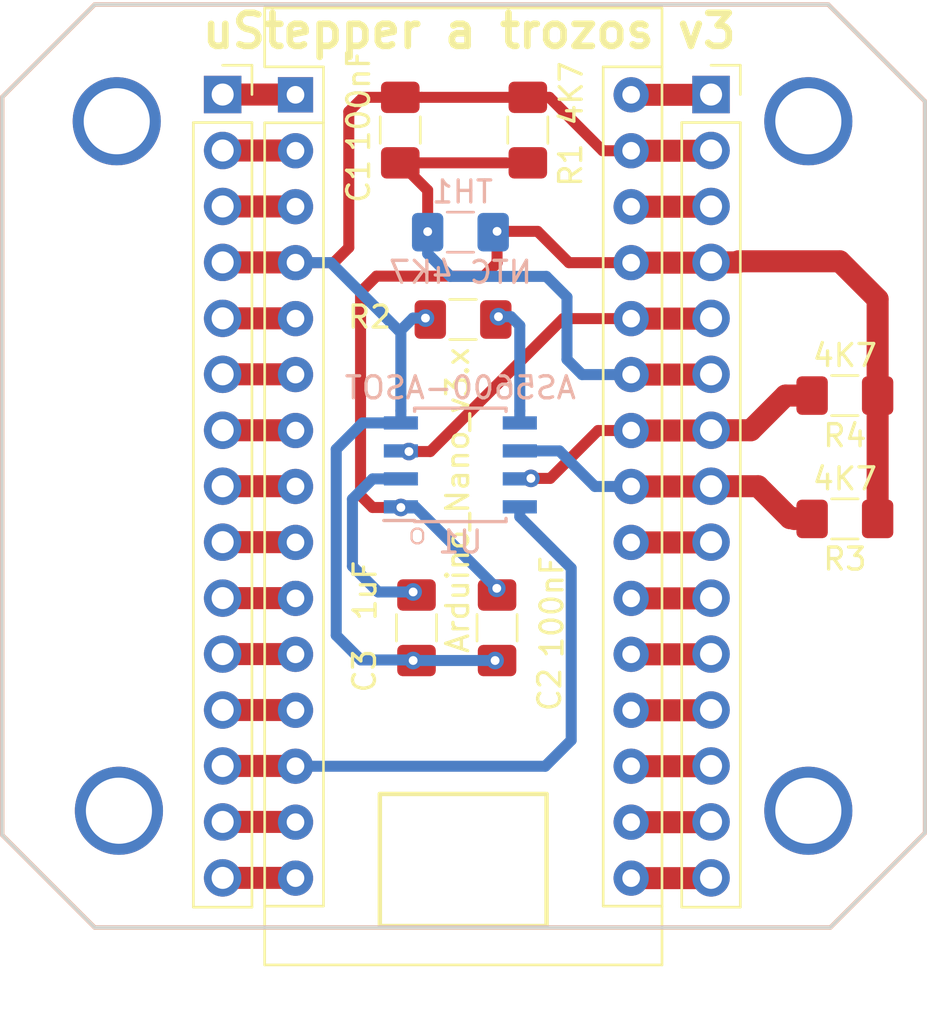
<source format=kicad_pcb>
(kicad_pcb (version 20171130) (host pcbnew 5.0.1-33cea8e~68~ubuntu18.04.1)

  (general
    (thickness 1.6)
    (drawings 31)
    (tracks 166)
    (zones 0)
    (modules 12)
    (nets 33)
  )

  (page A4)
  (layers
    (0 F.Cu signal)
    (31 B.Cu signal)
    (32 B.Adhes user)
    (33 F.Adhes user)
    (34 B.Paste user)
    (35 F.Paste user)
    (36 B.SilkS user)
    (37 F.SilkS user)
    (38 B.Mask user)
    (39 F.Mask user)
    (40 Dwgs.User user)
    (41 Cmts.User user)
    (42 Eco1.User user)
    (43 Eco2.User user)
    (44 Edge.Cuts user)
    (45 Margin user)
    (46 B.CrtYd user)
    (47 F.CrtYd user)
    (48 B.Fab user)
    (49 F.Fab user)
  )

  (setup
    (last_trace_width 0.25)
    (user_trace_width 0.5)
    (user_trace_width 1)
    (trace_clearance 0.2)
    (zone_clearance 0.508)
    (zone_45_only no)
    (trace_min 0.2)
    (segment_width 0.2)
    (edge_width 0.15)
    (via_size 0.8)
    (via_drill 0.4)
    (via_min_size 0.4)
    (via_min_drill 0.3)
    (uvia_size 0.3)
    (uvia_drill 0.1)
    (uvias_allowed no)
    (uvia_min_size 0.2)
    (uvia_min_drill 0.1)
    (pcb_text_width 0.3)
    (pcb_text_size 1.5 1.5)
    (mod_edge_width 0.15)
    (mod_text_size 1 1)
    (mod_text_width 0.15)
    (pad_size 1.524 1.524)
    (pad_drill 0.762)
    (pad_to_mask_clearance 0.2)
    (solder_mask_min_width 0.25)
    (aux_axis_origin 0 0)
    (grid_origin 110.2 119.8)
    (visible_elements FFFFFF7F)
    (pcbplotparams
      (layerselection 0x010f0_ffffffff)
      (usegerberextensions false)
      (usegerberattributes false)
      (usegerberadvancedattributes false)
      (creategerberjobfile false)
      (excludeedgelayer true)
      (linewidth 0.100000)
      (plotframeref false)
      (viasonmask false)
      (mode 1)
      (useauxorigin false)
      (hpglpennumber 1)
      (hpglpenspeed 20)
      (hpglpendiameter 15.000000)
      (psnegative false)
      (psa4output false)
      (plotreference true)
      (plotvalue true)
      (plotinvisibletext false)
      (padsonsilk false)
      (subtractmaskfromsilk false)
      (outputformat 1)
      (mirror false)
      (drillshape 0)
      (scaleselection 1)
      (outputdirectory "plot/nano/"))
  )

  (net 0 "")
  (net 1 GND)
  (net 2 "Net-(C3-Pad1)")
  (net 3 "Net-(R2-Pad1)")
  (net 4 A5-SCL)
  (net 5 A4-SDA)
  (net 6 A7-ASA)
  (net 7 A6-TEMP)
  (net 8 D10-ASDIR)
  (net 9 27-5V)
  (net 10 17-3V3)
  (net 11 29-GND)
  (net 12 30-VIN)
  (net 13 D1-TXD)
  (net 14 D0-RXD)
  (net 15 18-AREF)
  (net 16 3-RST)
  (net 17 A0-)
  (net 18 A1-)
  (net 19 A2-)
  (net 20 A3-)
  (net 21 D5-)
  (net 22 D6-)
  (net 23 28-RST)
  (net 24 D2-)
  (net 25 D3-)
  (net 26 D4-STEP)
  (net 27 D7-DIR)
  (net 28 D8-ENA)
  (net 29 D9-)
  (net 30 D11-MS1)
  (net 31 D12-MS2)
  (net 32 D13-MS3)

  (net_class Default "Esta es la clase de red por defecto."
    (clearance 0.2)
    (trace_width 0.25)
    (via_dia 0.8)
    (via_drill 0.4)
    (uvia_dia 0.3)
    (uvia_drill 0.1)
    (add_net 17-3V3)
    (add_net 18-AREF)
    (add_net 27-5V)
    (add_net 28-RST)
    (add_net 29-GND)
    (add_net 3-RST)
    (add_net 30-VIN)
    (add_net A0-)
    (add_net A1-)
    (add_net A2-)
    (add_net A3-)
    (add_net A4-SDA)
    (add_net A5-SCL)
    (add_net A6-TEMP)
    (add_net A7-ASA)
    (add_net D0-RXD)
    (add_net D1-TXD)
    (add_net D10-ASDIR)
    (add_net D11-MS1)
    (add_net D12-MS2)
    (add_net D13-MS3)
    (add_net D2-)
    (add_net D3-)
    (add_net D4-STEP)
    (add_net D5-)
    (add_net D6-)
    (add_net D7-DIR)
    (add_net D8-ENA)
    (add_net D9-)
    (add_net GND)
    (add_net "Net-(C3-Pad1)")
    (add_net "Net-(R2-Pad1)")
  )

  (module Package_SO:SOIC-8_3.9x4.9mm_P1.27mm (layer B.Cu) (tedit 5BA28C38) (tstamp 5BA8F9BB)
    (at 142.2 69.2)
    (descr "8-Lead Plastic Small Outline (SN) - Narrow, 3.90 mm Body [SOIC] (see Microchip Packaging Specification 00000049BS.pdf)")
    (tags "SOIC 1.27")
    (path /5B9D875B)
    (attr smd)
    (fp_text reference U1 (at 0 3.5) (layer B.SilkS)
      (effects (font (size 1 1) (thickness 0.15)) (justify mirror))
    )
    (fp_text value AS5600-ASOT (at 0 -3.5) (layer B.SilkS)
      (effects (font (size 1 1) (thickness 0.15)) (justify mirror))
    )
    (fp_text user %R (at 0 0) (layer B.Fab)
      (effects (font (size 1 1) (thickness 0.15)) (justify mirror))
    )
    (fp_line (start -0.95 2.45) (end 1.95 2.45) (layer B.Fab) (width 0.1))
    (fp_line (start 1.95 2.45) (end 1.95 -2.45) (layer B.Fab) (width 0.1))
    (fp_line (start 1.95 -2.45) (end -1.95 -2.45) (layer B.Fab) (width 0.1))
    (fp_line (start -1.95 -2.45) (end -1.95 1.45) (layer B.Fab) (width 0.1))
    (fp_line (start -1.95 1.45) (end -0.95 2.45) (layer B.Fab) (width 0.1))
    (fp_line (start -3.73 2.7) (end -3.73 -2.7) (layer B.CrtYd) (width 0.05))
    (fp_line (start 3.73 2.7) (end 3.73 -2.7) (layer B.CrtYd) (width 0.05))
    (fp_line (start -3.73 2.7) (end 3.73 2.7) (layer B.CrtYd) (width 0.05))
    (fp_line (start -3.73 -2.7) (end 3.73 -2.7) (layer B.CrtYd) (width 0.05))
    (fp_line (start -2.075 2.575) (end -2.075 2.525) (layer B.SilkS) (width 0.15))
    (fp_line (start 2.075 2.575) (end 2.075 2.43) (layer B.SilkS) (width 0.15))
    (fp_line (start 2.075 -2.575) (end 2.075 -2.43) (layer B.SilkS) (width 0.15))
    (fp_line (start -2.075 -2.575) (end -2.075 -2.43) (layer B.SilkS) (width 0.15))
    (fp_line (start -2.075 2.575) (end 2.075 2.575) (layer B.SilkS) (width 0.15))
    (fp_line (start -2.075 -2.575) (end 2.075 -2.575) (layer B.SilkS) (width 0.15))
    (fp_line (start -2.075 2.525) (end -3.475 2.525) (layer B.SilkS) (width 0.15))
    (pad 1 smd rect (at -2.7 1.905) (size 1.55 0.6) (layers B.Cu B.Paste B.Mask)
      (net 9 27-5V))
    (pad 2 smd rect (at -2.7 0.635) (size 1.55 0.6) (layers B.Cu B.Paste B.Mask)
      (net 2 "Net-(C3-Pad1)"))
    (pad 3 smd rect (at -2.7 -0.635) (size 1.55 0.6) (layers B.Cu B.Paste B.Mask)
      (net 6 A7-ASA))
    (pad 4 smd rect (at -2.7 -1.905) (size 1.55 0.6) (layers B.Cu B.Paste B.Mask)
      (net 11 29-GND))
    (pad 5 smd rect (at 2.7 -1.905) (size 1.55 0.6) (layers B.Cu B.Paste B.Mask)
      (net 3 "Net-(R2-Pad1)"))
    (pad 6 smd rect (at 2.7 -0.635) (size 1.55 0.6) (layers B.Cu B.Paste B.Mask)
      (net 5 A4-SDA))
    (pad 7 smd rect (at 2.7 0.635) (size 1.55 0.6) (layers B.Cu B.Paste B.Mask)
      (net 4 A5-SCL))
    (pad 8 smd rect (at 2.7 1.905) (size 1.55 0.6) (layers B.Cu B.Paste B.Mask)
      (net 8 D10-ASDIR))
    (model ${KISYS3DMOD}/Package_SO.3dshapes/SOIC-8_3.9x4.9mm_P1.27mm.wrl
      (at (xyz 0 0 0))
      (scale (xyz 1 1 1))
      (rotate (xyz 0 0 0))
    )
  )

  (module Connector_PinSocket_2.54mm:PinSocket_1x15_P2.54mm_Vertical (layer F.Cu) (tedit 5BE9DA74) (tstamp 5BAD42D0)
    (at 153.5832 52.3884)
    (descr "Through hole straight socket strip, 1x15, 2.54mm pitch, single row (from Kicad 4.0.7), script generated")
    (tags "Through hole socket strip THT 1x15 2.54mm single row")
    (path /5BA1DD14)
    (fp_text reference J7 (at 2.8956 -1.3208) (layer F.Fab)
      (effects (font (size 1 1) (thickness 0.15)))
    )
    (fp_text value Conn_01x15_Female (at 3.048 22.2504 90) (layer F.Fab)
      (effects (font (size 1 1) (thickness 0.15)))
    )
    (fp_text user %R (at 0 17.78 90) (layer F.Fab)
      (effects (font (size 1 1) (thickness 0.15)))
    )
    (fp_line (start -1.8 37.3) (end -1.8 -1.8) (layer F.CrtYd) (width 0.05))
    (fp_line (start 1.75 37.3) (end -1.8 37.3) (layer F.CrtYd) (width 0.05))
    (fp_line (start 1.75 -1.8) (end 1.75 37.3) (layer F.CrtYd) (width 0.05))
    (fp_line (start -1.8 -1.8) (end 1.75 -1.8) (layer F.CrtYd) (width 0.05))
    (fp_line (start 0 -1.33) (end 1.33 -1.33) (layer F.SilkS) (width 0.12))
    (fp_line (start 1.33 -1.33) (end 1.33 0) (layer F.SilkS) (width 0.12))
    (fp_line (start 1.33 1.27) (end 1.33 36.89) (layer F.SilkS) (width 0.12))
    (fp_line (start -1.33 36.89) (end 1.33 36.89) (layer F.SilkS) (width 0.12))
    (fp_line (start -1.33 1.27) (end -1.33 36.89) (layer F.SilkS) (width 0.12))
    (fp_line (start -1.33 1.27) (end 1.33 1.27) (layer F.SilkS) (width 0.12))
    (fp_line (start -1.27 36.83) (end -1.27 -1.27) (layer F.Fab) (width 0.1))
    (fp_line (start 1.27 36.83) (end -1.27 36.83) (layer F.Fab) (width 0.1))
    (fp_line (start 1.27 -0.635) (end 1.27 36.83) (layer F.Fab) (width 0.1))
    (fp_line (start 0.635 -1.27) (end 1.27 -0.635) (layer F.Fab) (width 0.1))
    (fp_line (start -1.27 -1.27) (end 0.635 -1.27) (layer F.Fab) (width 0.1))
    (pad 15 thru_hole oval (at 0 35.56) (size 1.7 1.7) (drill 1) (layers *.Cu *.Mask)
      (net 32 D13-MS3))
    (pad 14 thru_hole oval (at 0 33.02) (size 1.7 1.7) (drill 1) (layers *.Cu *.Mask)
      (net 10 17-3V3))
    (pad 13 thru_hole oval (at 0 30.48) (size 1.7 1.7) (drill 1) (layers *.Cu *.Mask)
      (net 15 18-AREF))
    (pad 12 thru_hole oval (at 0 27.94) (size 1.7 1.7) (drill 1) (layers *.Cu *.Mask)
      (net 17 A0-))
    (pad 11 thru_hole oval (at 0 25.4) (size 1.7 1.7) (drill 1) (layers *.Cu *.Mask)
      (net 18 A1-))
    (pad 10 thru_hole oval (at 0 22.86) (size 1.7 1.7) (drill 1) (layers *.Cu *.Mask)
      (net 19 A2-))
    (pad 9 thru_hole oval (at 0 20.32) (size 1.7 1.7) (drill 1) (layers *.Cu *.Mask)
      (net 20 A3-))
    (pad 8 thru_hole oval (at 0 17.78) (size 1.7 1.7) (drill 1) (layers *.Cu *.Mask)
      (net 5 A4-SDA))
    (pad 7 thru_hole oval (at 0 15.24) (size 1.7 1.7) (drill 1) (layers *.Cu *.Mask)
      (net 4 A5-SCL))
    (pad 6 thru_hole oval (at 0 12.7) (size 1.7 1.7) (drill 1) (layers *.Cu *.Mask)
      (net 7 A6-TEMP))
    (pad 5 thru_hole oval (at 0 10.16) (size 1.7 1.7) (drill 1) (layers *.Cu *.Mask)
      (net 6 A7-ASA))
    (pad 4 thru_hole oval (at 0 7.62) (size 1.7 1.7) (drill 1) (layers *.Cu *.Mask)
      (net 9 27-5V))
    (pad 3 thru_hole oval (at 0 5.08) (size 1.7 1.7) (drill 1) (layers *.Cu *.Mask)
      (net 23 28-RST))
    (pad 2 thru_hole oval (at 0 2.54) (size 1.7 1.7) (drill 1) (layers *.Cu *.Mask)
      (net 11 29-GND))
    (pad 1 thru_hole rect (at 0 0) (size 1.7 1.7) (drill 1) (layers *.Cu *.Mask)
      (net 12 30-VIN))
    (model ${KISYS3DMOD}/Connector_PinSocket_2.54mm.3dshapes/PinSocket_1x15_P2.54mm_Vertical.wrl
      (at (xyz 0 0 0))
      (scale (xyz 1 1 1))
      (rotate (xyz 0 0 0))
    )
  )

  (module Module:Arduino_Nano (layer F.Cu) (tedit 5BE9DA9C) (tstamp 5BA8F99E)
    (at 134.716 52.4)
    (descr "Arduino Nano, http://www.mouser.com/pdfdocs/Gravitech_Arduino_Nano3_0.pdf")
    (tags "Arduino Nano")
    (path /5B9D81DE)
    (fp_text reference A2 (at 7.8944 -1.0784) (layer F.Fab)
      (effects (font (size 1 1) (thickness 0.15)))
    )
    (fp_text value Arduino_Nano_v3.x (at 7.361 18.4034 90) (layer F.SilkS)
      (effects (font (size 1 1) (thickness 0.15)))
    )
    (fp_text user %R (at 7.3229 18.3399 90) (layer F.Fab)
      (effects (font (size 1 1) (thickness 0.15)))
    )
    (fp_line (start 1.27 1.27) (end 1.27 -1.27) (layer F.SilkS) (width 0.12))
    (fp_line (start 1.27 -1.27) (end -1.4 -1.27) (layer F.SilkS) (width 0.12))
    (fp_line (start -1.4 1.27) (end -1.4 39.5) (layer F.SilkS) (width 0.12))
    (fp_line (start -1.4 -3.94) (end -1.4 -1.27) (layer F.SilkS) (width 0.12))
    (fp_line (start 13.97 -1.27) (end 16.64 -1.27) (layer F.SilkS) (width 0.12))
    (fp_line (start 13.97 -1.27) (end 13.97 36.83) (layer F.SilkS) (width 0.12))
    (fp_line (start 13.97 36.83) (end 16.64 36.83) (layer F.SilkS) (width 0.12))
    (fp_line (start 1.27 1.27) (end -1.4 1.27) (layer F.SilkS) (width 0.12))
    (fp_line (start 1.27 1.27) (end 1.27 36.83) (layer F.SilkS) (width 0.12))
    (fp_line (start 1.27 36.83) (end -1.4 36.83) (layer F.SilkS) (width 0.12))
    (fp_line (start 3.81 31.75) (end 11.43 31.75) (layer F.Fab) (width 0.1))
    (fp_line (start 11.43 31.75) (end 11.43 41.91) (layer F.Fab) (width 0.1))
    (fp_line (start 11.43 41.91) (end 3.81 41.91) (layer F.Fab) (width 0.1))
    (fp_line (start 3.81 41.91) (end 3.81 31.75) (layer F.Fab) (width 0.1))
    (fp_line (start -1.4 39.5) (end 16.64 39.5) (layer F.SilkS) (width 0.12))
    (fp_line (start 16.64 39.5) (end 16.64 -3.94) (layer F.SilkS) (width 0.12))
    (fp_line (start 16.64 -3.94) (end -1.4 -3.94) (layer F.SilkS) (width 0.12))
    (fp_line (start 16.51 39.37) (end -1.27 39.37) (layer F.Fab) (width 0.1))
    (fp_line (start -1.27 39.37) (end -1.27 -2.54) (layer F.Fab) (width 0.1))
    (fp_line (start -1.27 -2.54) (end 0 -3.81) (layer F.Fab) (width 0.1))
    (fp_line (start 0 -3.81) (end 16.51 -3.81) (layer F.Fab) (width 0.1))
    (fp_line (start 16.51 -3.81) (end 16.51 39.37) (layer F.Fab) (width 0.1))
    (fp_line (start -1.53 -4.06) (end 16.75 -4.06) (layer F.CrtYd) (width 0.05))
    (fp_line (start -1.53 -4.06) (end -1.53 42.16) (layer F.CrtYd) (width 0.05))
    (fp_line (start 16.75 42.16) (end 16.75 -4.06) (layer F.CrtYd) (width 0.05))
    (fp_line (start 16.75 42.16) (end -1.53 42.16) (layer F.CrtYd) (width 0.05))
    (pad 1 thru_hole rect (at 0 0) (size 1.6 1.6) (drill 0.8) (layers *.Cu *.Mask)
      (net 13 D1-TXD))
    (pad 17 thru_hole oval (at 15.24 33.02) (size 1.6 1.6) (drill 0.8) (layers *.Cu *.Mask)
      (net 10 17-3V3))
    (pad 2 thru_hole oval (at 0 2.54) (size 1.6 1.6) (drill 0.8) (layers *.Cu *.Mask)
      (net 14 D0-RXD))
    (pad 18 thru_hole oval (at 15.24 30.48) (size 1.6 1.6) (drill 0.8) (layers *.Cu *.Mask)
      (net 15 18-AREF))
    (pad 3 thru_hole oval (at 0 5.08) (size 1.6 1.6) (drill 0.8) (layers *.Cu *.Mask)
      (net 16 3-RST))
    (pad 19 thru_hole oval (at 15.24 27.94) (size 1.6 1.6) (drill 0.8) (layers *.Cu *.Mask)
      (net 17 A0-))
    (pad 4 thru_hole oval (at 0 7.62) (size 1.6 1.6) (drill 0.8) (layers *.Cu *.Mask)
      (net 11 29-GND))
    (pad 20 thru_hole oval (at 15.24 25.4) (size 1.6 1.6) (drill 0.8) (layers *.Cu *.Mask)
      (net 18 A1-))
    (pad 5 thru_hole oval (at 0 10.16) (size 1.6 1.6) (drill 0.8) (layers *.Cu *.Mask)
      (net 24 D2-))
    (pad 21 thru_hole oval (at 15.24 22.86) (size 1.6 1.6) (drill 0.8) (layers *.Cu *.Mask)
      (net 19 A2-))
    (pad 6 thru_hole oval (at 0 12.7) (size 1.6 1.6) (drill 0.8) (layers *.Cu *.Mask)
      (net 25 D3-))
    (pad 22 thru_hole oval (at 15.24 20.32) (size 1.6 1.6) (drill 0.8) (layers *.Cu *.Mask)
      (net 20 A3-))
    (pad 7 thru_hole oval (at 0 15.24) (size 1.6 1.6) (drill 0.8) (layers *.Cu *.Mask)
      (net 26 D4-STEP))
    (pad 23 thru_hole oval (at 15.24 17.78) (size 1.6 1.6) (drill 0.8) (layers *.Cu *.Mask)
      (net 5 A4-SDA))
    (pad 8 thru_hole oval (at 0 17.78) (size 1.6 1.6) (drill 0.8) (layers *.Cu *.Mask)
      (net 21 D5-))
    (pad 24 thru_hole oval (at 15.24 15.24) (size 1.6 1.6) (drill 0.8) (layers *.Cu *.Mask)
      (net 4 A5-SCL))
    (pad 9 thru_hole oval (at 0 20.32) (size 1.6 1.6) (drill 0.8) (layers *.Cu *.Mask)
      (net 22 D6-))
    (pad 25 thru_hole oval (at 15.24 12.7) (size 1.6 1.6) (drill 0.8) (layers *.Cu *.Mask)
      (net 7 A6-TEMP))
    (pad 10 thru_hole oval (at 0 22.86) (size 1.6 1.6) (drill 0.8) (layers *.Cu *.Mask)
      (net 27 D7-DIR))
    (pad 26 thru_hole oval (at 15.24 10.16) (size 1.6 1.6) (drill 0.8) (layers *.Cu *.Mask)
      (net 6 A7-ASA))
    (pad 11 thru_hole oval (at 0 25.4) (size 1.6 1.6) (drill 0.8) (layers *.Cu *.Mask)
      (net 28 D8-ENA))
    (pad 27 thru_hole oval (at 15.24 7.62) (size 1.6 1.6) (drill 0.8) (layers *.Cu *.Mask)
      (net 9 27-5V))
    (pad 12 thru_hole oval (at 0 27.94) (size 1.6 1.6) (drill 0.8) (layers *.Cu *.Mask)
      (net 29 D9-))
    (pad 28 thru_hole oval (at 15.24 5.08) (size 1.6 1.6) (drill 0.8) (layers *.Cu *.Mask)
      (net 23 28-RST))
    (pad 13 thru_hole oval (at 0 30.48) (size 1.6 1.6) (drill 0.8) (layers *.Cu *.Mask)
      (net 8 D10-ASDIR))
    (pad 29 thru_hole oval (at 15.24 2.54) (size 1.6 1.6) (drill 0.8) (layers *.Cu *.Mask)
      (net 11 29-GND))
    (pad 14 thru_hole oval (at 0 33.02) (size 1.6 1.6) (drill 0.8) (layers *.Cu *.Mask)
      (net 30 D11-MS1))
    (pad 30 thru_hole oval (at 15.24 0) (size 1.6 1.6) (drill 0.8) (layers *.Cu *.Mask)
      (net 12 30-VIN))
    (pad 15 thru_hole oval (at 0 35.56) (size 1.6 1.6) (drill 0.8) (layers *.Cu *.Mask)
      (net 31 D12-MS2))
    (pad 16 thru_hole oval (at 15.24 35.56) (size 1.6 1.6) (drill 0.8) (layers *.Cu *.Mask)
      (net 32 D13-MS3))
    (model ${KISYS3DMOD}/Module.3dshapes/Arduino_Nano_WithMountingHoles.wrl
      (at (xyz 0 0 0))
      (scale (xyz 1 1 1))
      (rotate (xyz 0 0 0))
    )
  )

  (module Connector_PinSocket_2.54mm:PinSocket_1x15_P2.54mm_Vertical (layer F.Cu) (tedit 5BE9DA79) (tstamp 5BAD53DF)
    (at 131.409 52.3884)
    (descr "Through hole straight socket strip, 1x15, 2.54mm pitch, single row (from Kicad 4.0.7), script generated")
    (tags "Through hole socket strip THT 1x15 2.54mm single row")
    (path /5BA1DEA0)
    (fp_text reference J6 (at -2.9718 -1.778) (layer F.Fab)
      (effects (font (size 1 1) (thickness 0.15)))
    )
    (fp_text value Conn_01x15_Female (at -4.2926 20.9296 90) (layer F.Fab)
      (effects (font (size 1 1) (thickness 0.15)))
    )
    (fp_line (start -1.27 -1.27) (end 0.635 -1.27) (layer F.Fab) (width 0.1))
    (fp_line (start 0.635 -1.27) (end 1.27 -0.635) (layer F.Fab) (width 0.1))
    (fp_line (start 1.27 -0.635) (end 1.27 36.83) (layer F.Fab) (width 0.1))
    (fp_line (start 1.27 36.83) (end -1.27 36.83) (layer F.Fab) (width 0.1))
    (fp_line (start -1.27 36.83) (end -1.27 -1.27) (layer F.Fab) (width 0.1))
    (fp_line (start -1.33 1.27) (end 1.33 1.27) (layer F.SilkS) (width 0.12))
    (fp_line (start -1.33 1.27) (end -1.33 36.89) (layer F.SilkS) (width 0.12))
    (fp_line (start -1.33 36.89) (end 1.33 36.89) (layer F.SilkS) (width 0.12))
    (fp_line (start 1.33 1.27) (end 1.33 36.89) (layer F.SilkS) (width 0.12))
    (fp_line (start 1.33 -1.33) (end 1.33 0) (layer F.SilkS) (width 0.12))
    (fp_line (start 0 -1.33) (end 1.33 -1.33) (layer F.SilkS) (width 0.12))
    (fp_line (start -1.8 -1.8) (end 1.75 -1.8) (layer F.CrtYd) (width 0.05))
    (fp_line (start 1.75 -1.8) (end 1.75 37.3) (layer F.CrtYd) (width 0.05))
    (fp_line (start 1.75 37.3) (end -1.8 37.3) (layer F.CrtYd) (width 0.05))
    (fp_line (start -1.8 37.3) (end -1.8 -1.8) (layer F.CrtYd) (width 0.05))
    (fp_text user %R (at 0 17.78 90) (layer F.Fab)
      (effects (font (size 1 1) (thickness 0.15)))
    )
    (pad 1 thru_hole rect (at 0 0) (size 1.7 1.7) (drill 1) (layers *.Cu *.Mask)
      (net 13 D1-TXD))
    (pad 2 thru_hole oval (at 0 2.54) (size 1.7 1.7) (drill 1) (layers *.Cu *.Mask)
      (net 14 D0-RXD))
    (pad 3 thru_hole oval (at 0 5.08) (size 1.7 1.7) (drill 1) (layers *.Cu *.Mask)
      (net 16 3-RST))
    (pad 4 thru_hole oval (at 0 7.62) (size 1.7 1.7) (drill 1) (layers *.Cu *.Mask)
      (net 11 29-GND))
    (pad 5 thru_hole oval (at 0 10.16) (size 1.7 1.7) (drill 1) (layers *.Cu *.Mask)
      (net 24 D2-))
    (pad 6 thru_hole oval (at 0 12.7) (size 1.7 1.7) (drill 1) (layers *.Cu *.Mask)
      (net 25 D3-))
    (pad 7 thru_hole oval (at 0 15.24) (size 1.7 1.7) (drill 1) (layers *.Cu *.Mask)
      (net 26 D4-STEP))
    (pad 8 thru_hole oval (at 0 17.78) (size 1.7 1.7) (drill 1) (layers *.Cu *.Mask)
      (net 21 D5-))
    (pad 9 thru_hole oval (at 0 20.32) (size 1.7 1.7) (drill 1) (layers *.Cu *.Mask)
      (net 22 D6-))
    (pad 10 thru_hole oval (at 0 22.86) (size 1.7 1.7) (drill 1) (layers *.Cu *.Mask)
      (net 27 D7-DIR))
    (pad 11 thru_hole oval (at 0 25.4) (size 1.7 1.7) (drill 1) (layers *.Cu *.Mask)
      (net 28 D8-ENA))
    (pad 12 thru_hole oval (at 0 27.94) (size 1.7 1.7) (drill 1) (layers *.Cu *.Mask)
      (net 29 D9-))
    (pad 13 thru_hole oval (at 0 30.48) (size 1.7 1.7) (drill 1) (layers *.Cu *.Mask)
      (net 8 D10-ASDIR))
    (pad 14 thru_hole oval (at 0 33.02) (size 1.7 1.7) (drill 1) (layers *.Cu *.Mask)
      (net 30 D11-MS1))
    (pad 15 thru_hole oval (at 0 35.56) (size 1.7 1.7) (drill 1) (layers *.Cu *.Mask)
      (net 31 D12-MS2))
    (model ${KISYS3DMOD}/Connector_PinSocket_2.54mm.3dshapes/PinSocket_1x15_P2.54mm_Vertical.wrl
      (at (xyz 0 0 0))
      (scale (xyz 1 1 1))
      (rotate (xyz 0 0 0))
    )
  )

  (module Capacitor_SMD:C_1206_3216Metric_Pad1.42x1.75mm_HandSolder (layer F.Cu) (tedit 5BA28C6C) (tstamp 5BA28B66)
    (at 139.4735 54.0013 90)
    (descr "Capacitor SMD 1206 (3216 Metric), square (rectangular) end terminal, IPC_7351 nominal with elongated pad for handsoldering. (Body size source: http://www.tortai-tech.com/upload/download/2011102023233369053.pdf), generated with kicad-footprint-generator")
    (tags "capacitor handsolder")
    (path /5B9E5696)
    (attr smd)
    (fp_text reference C1 (at -2.3241 -1.8923 90) (layer F.SilkS)
      (effects (font (size 1 1) (thickness 0.15)))
    )
    (fp_text value 100nF (at 1.3335 -1.8923 90) (layer F.SilkS)
      (effects (font (size 1 1) (thickness 0.15)))
    )
    (fp_line (start -1.6 0.8) (end -1.6 -0.8) (layer F.Fab) (width 0.1))
    (fp_line (start -1.6 -0.8) (end 1.6 -0.8) (layer F.Fab) (width 0.1))
    (fp_line (start 1.6 -0.8) (end 1.6 0.8) (layer F.Fab) (width 0.1))
    (fp_line (start 1.6 0.8) (end -1.6 0.8) (layer F.Fab) (width 0.1))
    (fp_line (start -0.602064 -0.91) (end 0.602064 -0.91) (layer F.SilkS) (width 0.12))
    (fp_line (start -0.602064 0.91) (end 0.602064 0.91) (layer F.SilkS) (width 0.12))
    (fp_line (start -2.45 1.12) (end -2.45 -1.12) (layer F.CrtYd) (width 0.05))
    (fp_line (start -2.45 -1.12) (end 2.45 -1.12) (layer F.CrtYd) (width 0.05))
    (fp_line (start 2.45 -1.12) (end 2.45 1.12) (layer F.CrtYd) (width 0.05))
    (fp_line (start 2.45 1.12) (end -2.45 1.12) (layer F.CrtYd) (width 0.05))
    (fp_text user %R (at 0 0 90) (layer F.Fab)
      (effects (font (size 0.8 0.8) (thickness 0.12)))
    )
    (pad 1 smd roundrect (at -1.4875 0 90) (size 1.425 1.75) (layers F.Cu F.Paste F.Mask) (roundrect_rratio 0.175439)
      (net 7 A6-TEMP))
    (pad 2 smd roundrect (at 1.4875 0 90) (size 1.425 1.75) (layers F.Cu F.Paste F.Mask) (roundrect_rratio 0.175439)
      (net 11 29-GND))
    (model ${KISYS3DMOD}/Capacitor_SMD.3dshapes/C_1206_3216Metric.wrl
      (at (xyz 0 0 0))
      (scale (xyz 1 1 1))
      (rotate (xyz 0 0 0))
    )
  )

  (module Capacitor_SMD:C_1206_3216Metric_Pad1.42x1.75mm_HandSolder (layer F.Cu) (tedit 5BA28BF1) (tstamp 5BA28B76)
    (at 143.8677 76.5946 270)
    (descr "Capacitor SMD 1206 (3216 Metric), square (rectangular) end terminal, IPC_7351 nominal with elongated pad for handsoldering. (Body size source: http://www.tortai-tech.com/upload/download/2011102023233369053.pdf), generated with kicad-footprint-generator")
    (tags "capacitor handsolder")
    (path /5B9EB5F4)
    (attr smd)
    (fp_text reference C2 (at 2.8067 -2.3876 270) (layer F.SilkS)
      (effects (font (size 1 1) (thickness 0.15)))
    )
    (fp_text value 100nF (at -0.9398 -2.4892 270) (layer F.SilkS)
      (effects (font (size 1 1) (thickness 0.15)))
    )
    (fp_line (start -1.6 0.8) (end -1.6 -0.8) (layer F.Fab) (width 0.1))
    (fp_line (start -1.6 -0.8) (end 1.6 -0.8) (layer F.Fab) (width 0.1))
    (fp_line (start 1.6 -0.8) (end 1.6 0.8) (layer F.Fab) (width 0.1))
    (fp_line (start 1.6 0.8) (end -1.6 0.8) (layer F.Fab) (width 0.1))
    (fp_line (start -0.602064 -0.91) (end 0.602064 -0.91) (layer F.SilkS) (width 0.12))
    (fp_line (start -0.602064 0.91) (end 0.602064 0.91) (layer F.SilkS) (width 0.12))
    (fp_line (start -2.45 1.12) (end -2.45 -1.12) (layer F.CrtYd) (width 0.05))
    (fp_line (start -2.45 -1.12) (end 2.45 -1.12) (layer F.CrtYd) (width 0.05))
    (fp_line (start 2.45 -1.12) (end 2.45 1.12) (layer F.CrtYd) (width 0.05))
    (fp_line (start 2.45 1.12) (end -2.45 1.12) (layer F.CrtYd) (width 0.05))
    (fp_text user %R (at 0 0 270) (layer F.Fab)
      (effects (font (size 0.8 0.8) (thickness 0.12)))
    )
    (pad 1 smd roundrect (at -1.4875 0 270) (size 1.425 1.75) (layers F.Cu F.Paste F.Mask) (roundrect_rratio 0.175439)
      (net 9 27-5V))
    (pad 2 smd roundrect (at 1.4875 0 270) (size 1.425 1.75) (layers F.Cu F.Paste F.Mask) (roundrect_rratio 0.175439)
      (net 11 29-GND))
    (model ${KISYS3DMOD}/Capacitor_SMD.3dshapes/C_1206_3216Metric.wrl
      (at (xyz 0 0 0))
      (scale (xyz 1 1 1))
      (rotate (xyz 0 0 0))
    )
  )

  (module Capacitor_SMD:C_1206_3216Metric_Pad1.42x1.75mm_HandSolder (layer F.Cu) (tedit 5BA28C00) (tstamp 5BA28B86)
    (at 140.2101 76.5946 270)
    (descr "Capacitor SMD 1206 (3216 Metric), square (rectangular) end terminal, IPC_7351 nominal with elongated pad for handsoldering. (Body size source: http://www.tortai-tech.com/upload/download/2011102023233369053.pdf), generated with kicad-footprint-generator")
    (tags "capacitor handsolder")
    (path /5B9EB53C)
    (attr smd)
    (fp_text reference C3 (at 1.9558 2.3622 270) (layer F.SilkS)
      (effects (font (size 1 1) (thickness 0.15)))
    )
    (fp_text value 1uF (at -1.6891 2.3368 270) (layer F.SilkS)
      (effects (font (size 1 1) (thickness 0.15)))
    )
    (fp_text user %R (at 0 0 270) (layer F.Fab)
      (effects (font (size 0.8 0.8) (thickness 0.12)))
    )
    (fp_line (start 2.45 1.12) (end -2.45 1.12) (layer F.CrtYd) (width 0.05))
    (fp_line (start 2.45 -1.12) (end 2.45 1.12) (layer F.CrtYd) (width 0.05))
    (fp_line (start -2.45 -1.12) (end 2.45 -1.12) (layer F.CrtYd) (width 0.05))
    (fp_line (start -2.45 1.12) (end -2.45 -1.12) (layer F.CrtYd) (width 0.05))
    (fp_line (start -0.602064 0.91) (end 0.602064 0.91) (layer F.SilkS) (width 0.12))
    (fp_line (start -0.602064 -0.91) (end 0.602064 -0.91) (layer F.SilkS) (width 0.12))
    (fp_line (start 1.6 0.8) (end -1.6 0.8) (layer F.Fab) (width 0.1))
    (fp_line (start 1.6 -0.8) (end 1.6 0.8) (layer F.Fab) (width 0.1))
    (fp_line (start -1.6 -0.8) (end 1.6 -0.8) (layer F.Fab) (width 0.1))
    (fp_line (start -1.6 0.8) (end -1.6 -0.8) (layer F.Fab) (width 0.1))
    (pad 2 smd roundrect (at 1.4875 0 270) (size 1.425 1.75) (layers F.Cu F.Paste F.Mask) (roundrect_rratio 0.175439)
      (net 11 29-GND))
    (pad 1 smd roundrect (at -1.4875 0 270) (size 1.425 1.75) (layers F.Cu F.Paste F.Mask) (roundrect_rratio 0.175439)
      (net 2 "Net-(C3-Pad1)"))
    (model ${KISYS3DMOD}/Capacitor_SMD.3dshapes/C_1206_3216Metric.wrl
      (at (xyz 0 0 0))
      (scale (xyz 1 1 1))
      (rotate (xyz 0 0 0))
    )
  )

  (module Resistor_SMD:R_1206_3216Metric_Pad1.42x1.75mm_HandSolder (layer F.Cu) (tedit 5BA28C86) (tstamp 5BA28B96)
    (at 145.2647 54.0013 90)
    (descr "Resistor SMD 1206 (3216 Metric), square (rectangular) end terminal, IPC_7351 nominal with elongated pad for handsoldering. (Body size source: http://www.tortai-tech.com/upload/download/2011102023233369053.pdf), generated with kicad-footprint-generator")
    (tags "resistor handsolder")
    (path /5B9E55FE)
    (attr smd)
    (fp_text reference R1 (at -1.5875 1.9431 90) (layer F.SilkS)
      (effects (font (size 1 1) (thickness 0.15)))
    )
    (fp_text value 4K7 (at 1.6637 1.9685 90) (layer F.SilkS)
      (effects (font (size 1 1) (thickness 0.15)))
    )
    (fp_text user %R (at 0 0 90) (layer F.Fab)
      (effects (font (size 0.8 0.8) (thickness 0.12)))
    )
    (fp_line (start 2.45 1.12) (end -2.45 1.12) (layer F.CrtYd) (width 0.05))
    (fp_line (start 2.45 -1.12) (end 2.45 1.12) (layer F.CrtYd) (width 0.05))
    (fp_line (start -2.45 -1.12) (end 2.45 -1.12) (layer F.CrtYd) (width 0.05))
    (fp_line (start -2.45 1.12) (end -2.45 -1.12) (layer F.CrtYd) (width 0.05))
    (fp_line (start -0.602064 0.91) (end 0.602064 0.91) (layer F.SilkS) (width 0.12))
    (fp_line (start -0.602064 -0.91) (end 0.602064 -0.91) (layer F.SilkS) (width 0.12))
    (fp_line (start 1.6 0.8) (end -1.6 0.8) (layer F.Fab) (width 0.1))
    (fp_line (start 1.6 -0.8) (end 1.6 0.8) (layer F.Fab) (width 0.1))
    (fp_line (start -1.6 -0.8) (end 1.6 -0.8) (layer F.Fab) (width 0.1))
    (fp_line (start -1.6 0.8) (end -1.6 -0.8) (layer F.Fab) (width 0.1))
    (pad 2 smd roundrect (at 1.4875 0 90) (size 1.425 1.75) (layers F.Cu F.Paste F.Mask) (roundrect_rratio 0.175439)
      (net 11 29-GND))
    (pad 1 smd roundrect (at -1.4875 0 90) (size 1.425 1.75) (layers F.Cu F.Paste F.Mask) (roundrect_rratio 0.175439)
      (net 7 A6-TEMP))
    (model ${KISYS3DMOD}/Resistor_SMD.3dshapes/R_1206_3216Metric.wrl
      (at (xyz 0 0 0))
      (scale (xyz 1 1 1))
      (rotate (xyz 0 0 0))
    )
  )

  (module Resistor_SMD:R_1206_3216Metric_Pad1.42x1.75mm_HandSolder (layer F.Cu) (tedit 5B301BBD) (tstamp 5BA28BA6)
    (at 142.323065 62.600527 180)
    (descr "Resistor SMD 1206 (3216 Metric), square (rectangular) end terminal, IPC_7351 nominal with elongated pad for handsoldering. (Body size source: http://www.tortai-tech.com/upload/download/2011102023233369053.pdf), generated with kicad-footprint-generator")
    (tags "resistor handsolder")
    (path /5B9EB499)
    (attr smd)
    (fp_text reference R2 (at 4.246565 0.112973 180) (layer F.SilkS)
      (effects (font (size 1 1) (thickness 0.15)))
    )
    (fp_text value R (at -3.475035 0.036773 180) (layer F.Fab)
      (effects (font (size 1 1) (thickness 0.15)))
    )
    (fp_line (start -1.6 0.8) (end -1.6 -0.8) (layer F.Fab) (width 0.1))
    (fp_line (start -1.6 -0.8) (end 1.6 -0.8) (layer F.Fab) (width 0.1))
    (fp_line (start 1.6 -0.8) (end 1.6 0.8) (layer F.Fab) (width 0.1))
    (fp_line (start 1.6 0.8) (end -1.6 0.8) (layer F.Fab) (width 0.1))
    (fp_line (start -0.602064 -0.91) (end 0.602064 -0.91) (layer F.SilkS) (width 0.12))
    (fp_line (start -0.602064 0.91) (end 0.602064 0.91) (layer F.SilkS) (width 0.12))
    (fp_line (start -2.45 1.12) (end -2.45 -1.12) (layer F.CrtYd) (width 0.05))
    (fp_line (start -2.45 -1.12) (end 2.45 -1.12) (layer F.CrtYd) (width 0.05))
    (fp_line (start 2.45 -1.12) (end 2.45 1.12) (layer F.CrtYd) (width 0.05))
    (fp_line (start 2.45 1.12) (end -2.45 1.12) (layer F.CrtYd) (width 0.05))
    (fp_text user %R (at 0 0 180) (layer F.Fab)
      (effects (font (size 0.8 0.8) (thickness 0.12)))
    )
    (pad 1 smd roundrect (at -1.4875 0 180) (size 1.425 1.75) (layers F.Cu F.Paste F.Mask) (roundrect_rratio 0.175439)
      (net 3 "Net-(R2-Pad1)"))
    (pad 2 smd roundrect (at 1.4875 0 180) (size 1.425 1.75) (layers F.Cu F.Paste F.Mask) (roundrect_rratio 0.175439)
      (net 11 29-GND))
    (model ${KISYS3DMOD}/Resistor_SMD.3dshapes/R_1206_3216Metric.wrl
      (at (xyz 0 0 0))
      (scale (xyz 1 1 1))
      (rotate (xyz 0 0 0))
    )
  )

  (module Resistor_SMD:R_1206_3216Metric_Pad1.42x1.75mm_HandSolder (layer F.Cu) (tedit 5BA28B91) (tstamp 5BA28BB6)
    (at 159.6588 71.6532 180)
    (descr "Resistor SMD 1206 (3216 Metric), square (rectangular) end terminal, IPC_7351 nominal with elongated pad for handsoldering. (Body size source: http://www.tortai-tech.com/upload/download/2011102023233369053.pdf), generated with kicad-footprint-generator")
    (tags "resistor handsolder")
    (path /5BA3DCBD)
    (attr smd)
    (fp_text reference R3 (at 0 -1.82 180) (layer F.SilkS)
      (effects (font (size 1 1) (thickness 0.15)))
    )
    (fp_text value 4K7 (at 0 1.82 180) (layer F.SilkS)
      (effects (font (size 1 1) (thickness 0.15)))
    )
    (fp_text user %R (at 0 0 180) (layer F.Fab)
      (effects (font (size 0.8 0.8) (thickness 0.12)))
    )
    (fp_line (start 2.45 1.12) (end -2.45 1.12) (layer F.CrtYd) (width 0.05))
    (fp_line (start 2.45 -1.12) (end 2.45 1.12) (layer F.CrtYd) (width 0.05))
    (fp_line (start -2.45 -1.12) (end 2.45 -1.12) (layer F.CrtYd) (width 0.05))
    (fp_line (start -2.45 1.12) (end -2.45 -1.12) (layer F.CrtYd) (width 0.05))
    (fp_line (start -0.602064 0.91) (end 0.602064 0.91) (layer F.SilkS) (width 0.12))
    (fp_line (start -0.602064 -0.91) (end 0.602064 -0.91) (layer F.SilkS) (width 0.12))
    (fp_line (start 1.6 0.8) (end -1.6 0.8) (layer F.Fab) (width 0.1))
    (fp_line (start 1.6 -0.8) (end 1.6 0.8) (layer F.Fab) (width 0.1))
    (fp_line (start -1.6 -0.8) (end 1.6 -0.8) (layer F.Fab) (width 0.1))
    (fp_line (start -1.6 0.8) (end -1.6 -0.8) (layer F.Fab) (width 0.1))
    (pad 2 smd roundrect (at 1.4875 0 180) (size 1.425 1.75) (layers F.Cu F.Paste F.Mask) (roundrect_rratio 0.175439)
      (net 5 A4-SDA))
    (pad 1 smd roundrect (at -1.4875 0 180) (size 1.425 1.75) (layers F.Cu F.Paste F.Mask) (roundrect_rratio 0.175439)
      (net 9 27-5V))
    (model ${KISYS3DMOD}/Resistor_SMD.3dshapes/R_1206_3216Metric.wrl
      (at (xyz 0 0 0))
      (scale (xyz 1 1 1))
      (rotate (xyz 0 0 0))
    )
  )

  (module Resistor_SMD:R_1206_3216Metric_Pad1.42x1.75mm_HandSolder (layer F.Cu) (tedit 5BA28B8B) (tstamp 5BA28BC6)
    (at 159.6588 66.0536 180)
    (descr "Resistor SMD 1206 (3216 Metric), square (rectangular) end terminal, IPC_7351 nominal with elongated pad for handsoldering. (Body size source: http://www.tortai-tech.com/upload/download/2011102023233369053.pdf), generated with kicad-footprint-generator")
    (tags "resistor handsolder")
    (path /5BA3DD59)
    (attr smd)
    (fp_text reference R4 (at 0 -1.82 180) (layer F.SilkS)
      (effects (font (size 1 1) (thickness 0.15)))
    )
    (fp_text value 4K7 (at 0 1.82 180) (layer F.SilkS)
      (effects (font (size 1 1) (thickness 0.15)))
    )
    (fp_line (start -1.6 0.8) (end -1.6 -0.8) (layer F.Fab) (width 0.1))
    (fp_line (start -1.6 -0.8) (end 1.6 -0.8) (layer F.Fab) (width 0.1))
    (fp_line (start 1.6 -0.8) (end 1.6 0.8) (layer F.Fab) (width 0.1))
    (fp_line (start 1.6 0.8) (end -1.6 0.8) (layer F.Fab) (width 0.1))
    (fp_line (start -0.602064 -0.91) (end 0.602064 -0.91) (layer F.SilkS) (width 0.12))
    (fp_line (start -0.602064 0.91) (end 0.602064 0.91) (layer F.SilkS) (width 0.12))
    (fp_line (start -2.45 1.12) (end -2.45 -1.12) (layer F.CrtYd) (width 0.05))
    (fp_line (start -2.45 -1.12) (end 2.45 -1.12) (layer F.CrtYd) (width 0.05))
    (fp_line (start 2.45 -1.12) (end 2.45 1.12) (layer F.CrtYd) (width 0.05))
    (fp_line (start 2.45 1.12) (end -2.45 1.12) (layer F.CrtYd) (width 0.05))
    (fp_text user %R (at 0 0 180) (layer F.Fab)
      (effects (font (size 0.8 0.8) (thickness 0.12)))
    )
    (pad 1 smd roundrect (at -1.4875 0 180) (size 1.425 1.75) (layers F.Cu F.Paste F.Mask) (roundrect_rratio 0.175439)
      (net 9 27-5V))
    (pad 2 smd roundrect (at 1.4875 0 180) (size 1.425 1.75) (layers F.Cu F.Paste F.Mask) (roundrect_rratio 0.175439)
      (net 4 A5-SCL))
    (model ${KISYS3DMOD}/Resistor_SMD.3dshapes/R_1206_3216Metric.wrl
      (at (xyz 0 0 0))
      (scale (xyz 1 1 1))
      (rotate (xyz 0 0 0))
    )
  )

  (module Resistor_SMD:R_1206_3216Metric_Pad1.42x1.75mm_HandSolder (layer B.Cu) (tedit 5BA28C5E) (tstamp 5BA28BD6)
    (at 142.204 58.6368 180)
    (descr "Resistor SMD 1206 (3216 Metric), square (rectangular) end terminal, IPC_7351 nominal with elongated pad for handsoldering. (Body size source: http://www.tortai-tech.com/upload/download/2011102023233369053.pdf), generated with kicad-footprint-generator")
    (tags "resistor handsolder")
    (path /5B9E5548)
    (attr smd)
    (fp_text reference TH1 (at -0.0889 1.8288 180) (layer B.SilkS)
      (effects (font (size 1 1) (thickness 0.15)) (justify mirror))
    )
    (fp_text value "NTC 4K7" (at 0 -1.82 180) (layer B.SilkS)
      (effects (font (size 1 1) (thickness 0.15)) (justify mirror))
    )
    (fp_line (start -1.6 -0.8) (end -1.6 0.8) (layer B.Fab) (width 0.1))
    (fp_line (start -1.6 0.8) (end 1.6 0.8) (layer B.Fab) (width 0.1))
    (fp_line (start 1.6 0.8) (end 1.6 -0.8) (layer B.Fab) (width 0.1))
    (fp_line (start 1.6 -0.8) (end -1.6 -0.8) (layer B.Fab) (width 0.1))
    (fp_line (start -0.602064 0.91) (end 0.602064 0.91) (layer B.SilkS) (width 0.12))
    (fp_line (start -0.602064 -0.91) (end 0.602064 -0.91) (layer B.SilkS) (width 0.12))
    (fp_line (start -2.45 -1.12) (end -2.45 1.12) (layer B.CrtYd) (width 0.05))
    (fp_line (start -2.45 1.12) (end 2.45 1.12) (layer B.CrtYd) (width 0.05))
    (fp_line (start 2.45 1.12) (end 2.45 -1.12) (layer B.CrtYd) (width 0.05))
    (fp_line (start 2.45 -1.12) (end -2.45 -1.12) (layer B.CrtYd) (width 0.05))
    (fp_text user %R (at 0 0 180) (layer B.Fab)
      (effects (font (size 0.8 0.8) (thickness 0.12)) (justify mirror))
    )
    (pad 1 smd roundrect (at -1.4875 0 180) (size 1.425 1.75) (layers B.Cu B.Paste B.Mask) (roundrect_rratio 0.175439)
      (net 9 27-5V))
    (pad 2 smd roundrect (at 1.4875 0 180) (size 1.425 1.75) (layers B.Cu B.Paste B.Mask) (roundrect_rratio 0.175439)
      (net 7 A6-TEMP))
    (model ${KISYS3DMOD}/Resistor_SMD.3dshapes/R_1206_3216Metric.wrl
      (at (xyz 0 0 0))
      (scale (xyz 1 1 1))
      (rotate (xyz 0 0 0))
    )
  )

  (gr_text o (at 140.2482 72.302) (layer B.SilkS)
    (effects (font (size 1 1) (thickness 0.1)))
  )
  (gr_line (start 146.1156 90.1328) (end 138.5464 90.1328) (layer F.SilkS) (width 0.2))
  (gr_line (start 146.1156 84.1384) (end 146.1156 90.1328) (layer F.SilkS) (width 0.2))
  (gr_line (start 138.5464 84.1384) (end 146.1156 84.1384) (layer F.SilkS) (width 0.2))
  (gr_line (start 138.5464 90.1328) (end 138.5464 84.1384) (layer F.SilkS) (width 0.2))
  (gr_text "uStepper a trozos v3" (at 142.6 49.5) (layer F.SilkS) (tstamp 5B9F0EB6)
    (effects (font (size 1.5 1.5) (thickness 0.3)))
  )
  (gr_line (start 121.4 52.5) (end 125.6 48.3) (layer Edge.Cuts) (width 0.15))
  (gr_line (start 121.4 86) (end 121.4 52.5) (layer B.SilkS) (width 0.2))
  (gr_line (start 125.6 90.2) (end 121.4 86) (layer B.SilkS) (width 0.2))
  (gr_line (start 159 90.2) (end 125.6 90.2) (layer B.SilkS) (width 0.2))
  (gr_line (start 163.3 85.9) (end 159 90.2) (layer B.SilkS) (width 0.2))
  (gr_line (start 163.3 52.7) (end 163.3 85.9) (layer B.SilkS) (width 0.2))
  (gr_line (start 158.9 48.3) (end 163.3 52.7) (layer B.SilkS) (width 0.2))
  (gr_line (start 125.6 48.3) (end 158.9 48.3) (layer B.SilkS) (width 0.2))
  (gr_line (start 121.4 52.5) (end 125.6 48.3) (layer B.SilkS) (width 0.2))
  (gr_line (start 121.4 86) (end 121.4 52.5) (layer F.SilkS) (width 0.2))
  (gr_line (start 125.6 90.2) (end 121.4 86) (layer F.SilkS) (width 0.2))
  (gr_line (start 159 90.2) (end 125.6 90.2) (layer F.SilkS) (width 0.2))
  (gr_line (start 163.3 85.9) (end 159 90.2) (layer F.SilkS) (width 0.2))
  (gr_line (start 163.3 52.7) (end 163.3 85.9) (layer F.SilkS) (width 0.2))
  (gr_line (start 158.9 48.3) (end 163.3 52.7) (layer F.SilkS) (width 0.2))
  (gr_line (start 125.6 48.3) (end 158.9 48.3) (layer F.SilkS) (width 0.2))
  (gr_line (start 121.4 52.5) (end 125.6 48.3) (layer F.SilkS) (width 0.2))
  (gr_line (start 121.4 52.5) (end 121.4 86) (layer Edge.Cuts) (width 0.15))
  (gr_line (start 159 90.2) (end 125.6 90.2) (layer Edge.Cuts) (width 0.15))
  (gr_line (start 163.3 85.9) (end 159 90.2) (layer Edge.Cuts) (width 0.15))
  (gr_line (start 163.3 52.7) (end 163.3 85.9) (layer Edge.Cuts) (width 0.15))
  (gr_line (start 160.2 49.6) (end 163.3 52.7) (layer Edge.Cuts) (width 0.15))
  (gr_line (start 158.9 48.3) (end 160.2 49.6) (layer Edge.Cuts) (width 0.15))
  (gr_line (start 125.6 48.3) (end 158.9 48.3) (layer Edge.Cuts) (width 0.15))
  (gr_line (start 125.6 90.2) (end 121.4 86) (layer Edge.Cuts) (width 0.15))

  (via (at 158 53.6) (size 4) (drill 3) (layers F.Cu B.Cu) (net 0))
  (via (at 126.7 84.9) (size 4) (drill 3) (layers F.Cu B.Cu) (net 0))
  (via (at 158 84.9) (size 4) (drill 3) (layers F.Cu B.Cu) (net 0))
  (via (at 126.6 53.6) (size 4) (drill 3) (layers F.Cu B.Cu) (net 1))
  (via (at 140.0577 74.969) (size 0.8) (drill 0.4) (layers F.Cu B.Cu) (net 2))
  (segment (start 138.4702 74.969) (end 140.0577 74.969) (width 0.5) (layer B.Cu) (net 2))
  (segment (start 137.3018 73.8006) (end 138.4702 74.969) (width 0.5) (layer B.Cu) (net 2))
  (segment (start 137.3018 70.7526) (end 137.3018 73.8006) (width 0.5) (layer B.Cu) (net 2))
  (segment (start 139.5 69.835) (end 138.2194 69.835) (width 0.5) (layer B.Cu) (net 2))
  (segment (start 138.2194 69.835) (end 137.3018 70.7526) (width 0.5) (layer B.Cu) (net 2))
  (via (at 143.9312 62.4722) (size 0.8) (drill 0.4) (layers F.Cu B.Cu) (net 3))
  (segment (start 144.9 66.745) (end 144.9 67.295) (width 0.5) (layer B.Cu) (net 3))
  (segment (start 144.9 62.875315) (end 144.9 66.745) (width 0.5) (layer B.Cu) (net 3))
  (segment (start 144.496885 62.4722) (end 144.9 62.875315) (width 0.5) (layer B.Cu) (net 3))
  (segment (start 143.9312 62.4722) (end 144.496885 62.4722) (width 0.5) (layer B.Cu) (net 3))
  (via (at 145.4044 69.8128) (size 0.8) (drill 0.4) (layers F.Cu B.Cu) (net 4))
  (segment (start 149.796 67.8) (end 149.956 67.64) (width 0.25) (layer B.Cu) (net 4) (tstamp 5B9ECC7C) (status C00030))
  (segment (start 153.5716 67.64) (end 153.5832 67.6284) (width 1) (layer B.Cu) (net 4))
  (segment (start 149.956 67.64) (end 153.5716 67.64) (width 1) (layer F.Cu) (net 4))
  (segment (start 156.9614 66.0536) (end 158.1713 66.0536) (width 1) (layer F.Cu) (net 4))
  (segment (start 153.5832 67.6284) (end 155.3866 67.6284) (width 1) (layer F.Cu) (net 4))
  (segment (start 155.3866 67.6284) (end 156.9614 66.0536) (width 1) (layer F.Cu) (net 4))
  (segment (start 146.2807 69.8128) (end 145.4044 69.8128) (width 0.5) (layer F.Cu) (net 4))
  (segment (start 149.956 67.64) (end 148.4535 67.64) (width 0.5) (layer F.Cu) (net 4))
  (segment (start 148.4535 67.64) (end 146.2807 69.8128) (width 0.5) (layer F.Cu) (net 4))
  (segment (start 149.836 70.3) (end 149.956 70.18) (width 0.25) (layer B.Cu) (net 5) (tstamp 5B9ECC85) (status C00030))
  (segment (start 153.5716 70.18) (end 153.5832 70.1684) (width 1) (layer B.Cu) (net 5))
  (segment (start 149.956 70.18) (end 153.5716 70.18) (width 1) (layer F.Cu) (net 5))
  (segment (start 153.5832 70.1684) (end 155.7168 70.1684) (width 1) (layer F.Cu) (net 5))
  (segment (start 148.3116 70.18) (end 149.956 70.18) (width 0.5) (layer B.Cu) (net 5))
  (segment (start 144.9 68.565) (end 146.6966 68.565) (width 0.5) (layer B.Cu) (net 5))
  (segment (start 146.6966 68.565) (end 148.3116 70.18) (width 0.5) (layer B.Cu) (net 5))
  (segment (start 157.3588 71.6532) (end 157.3218 71.6162) (width 1) (layer F.Cu) (net 5))
  (segment (start 158.1713 71.6532) (end 157.3588 71.6532) (width 1) (layer F.Cu) (net 5))
  (segment (start 157.1646 71.6162) (end 155.7168 70.1684) (width 1) (layer F.Cu) (net 5))
  (segment (start 157.3218 71.6162) (end 157.1646 71.6162) (width 1) (layer F.Cu) (net 5))
  (via (at 139.8672 68.5936) (size 0.8) (drill 0.4) (layers F.Cu B.Cu) (net 6))
  (segment (start 153.5716 62.56) (end 153.5832 62.5484) (width 1) (layer B.Cu) (net 6))
  (segment (start 149.956 62.56) (end 153.5716 62.56) (width 1) (layer F.Cu) (net 6))
  (segment (start 146.866 62.56) (end 149.956 62.56) (width 0.5) (layer F.Cu) (net 6))
  (segment (start 139.8672 68.5936) (end 140.8324 68.5936) (width 0.5) (layer F.Cu) (net 6))
  (segment (start 140.8324 68.5936) (end 146.866 62.56) (width 0.5) (layer F.Cu) (net 6))
  (segment (start 140.7308 58.3955) (end 140.7308 58.3955) (width 0.5) (layer B.Cu) (net 7) (tstamp 5BA2D5DF))
  (via (at 140.7181 58.6114) (size 0.8) (drill 0.4) (layers F.Cu B.Cu) (net 7))
  (segment (start 140.7181 56.7334) (end 140.7181 58.6114) (width 0.5) (layer F.Cu) (net 7))
  (segment (start 139.4735 55.4888) (end 140.7181 56.7334) (width 0.5) (layer F.Cu) (net 7))
  (segment (start 144.2897 55.4888) (end 139.4735 55.4888) (width 0.5) (layer F.Cu) (net 7))
  (segment (start 145.2647 55.4888) (end 144.2897 55.4888) (width 0.25) (layer F.Cu) (net 7))
  (segment (start 153.5716 65.1) (end 153.5832 65.0884) (width 1) (layer B.Cu) (net 7))
  (segment (start 149.956 65.1) (end 153.5716 65.1) (width 1) (layer F.Cu) (net 7))
  (segment (start 140.7165 59.6118) (end 141.7481 60.6434) (width 0.5) (layer B.Cu) (net 7))
  (segment (start 140.7165 58.6368) (end 140.7165 59.6118) (width 0.5) (layer B.Cu) (net 7))
  (segment (start 141.7481 60.6434) (end 146.1029 60.6434) (width 0.5) (layer B.Cu) (net 7))
  (segment (start 146.1029 60.6434) (end 147.0427 61.5832) (width 0.5) (layer B.Cu) (net 7))
  (segment (start 147.0427 61.5832) (end 147.0427 64.4153) (width 0.5) (layer B.Cu) (net 7))
  (segment (start 147.7274 65.1) (end 149.956 65.1) (width 0.5) (layer B.Cu) (net 7))
  (segment (start 147.0427 64.4153) (end 147.7274 65.1) (width 0.5) (layer B.Cu) (net 7))
  (segment (start 134.7044 82.8684) (end 134.716 82.88) (width 1) (layer B.Cu) (net 8))
  (segment (start 131.409 82.8684) (end 134.7044 82.8684) (width 1) (layer F.Cu) (net 8))
  (segment (start 146.0532 82.88) (end 134.716 82.88) (width 0.5) (layer B.Cu) (net 8))
  (segment (start 147.2332 81.7) (end 146.0532 82.88) (width 0.5) (layer B.Cu) (net 8))
  (segment (start 147.2332 73.8895) (end 147.2332 81.7) (width 0.5) (layer B.Cu) (net 8))
  (segment (start 144.9 71.105) (end 144.9 71.5563) (width 0.5) (layer B.Cu) (net 8))
  (segment (start 144.9 71.5563) (end 147.2332 73.8895) (width 0.5) (layer B.Cu) (net 8))
  (via (at 143.8677 58.5987) (size 0.8) (drill 0.4) (layers F.Cu B.Cu) (net 9))
  (segment (start 149.926 60.05) (end 149.956 60.02) (width 0.25) (layer F.Cu) (net 9) (status 30))
  (segment (start 153.5716 60.02) (end 153.5832 60.0084) (width 1) (layer F.Cu) (net 9))
  (segment (start 149.956 60.02) (end 153.5716 60.02) (width 1) (layer F.Cu) (net 9))
  (segment (start 139.5 71.1336) (end 139.5 71.105) (width 0.5) (layer B.Cu) (net 9) (tstamp 5BAD9865))
  (via (at 139.5 71.1336) (size 0.8) (drill 0.4) (layers F.Cu B.Cu) (net 9))
  (segment (start 154.785281 60.0084) (end 154.836081 59.9576) (width 1) (layer F.Cu) (net 9))
  (segment (start 153.5832 60.0084) (end 154.785281 60.0084) (width 1) (layer F.Cu) (net 9))
  (segment (start 154.836081 59.9576) (end 159.4252 59.9576) (width 1) (layer F.Cu) (net 9))
  (segment (start 161.1463 61.6787) (end 161.1463 66.0536) (width 1) (layer F.Cu) (net 9))
  (segment (start 159.4252 59.9576) (end 161.1463 61.6787) (width 1) (layer F.Cu) (net 9))
  (segment (start 161.1463 66.0536) (end 161.1463 71.6532) (width 1) (layer F.Cu) (net 9))
  (segment (start 143.8677 58.5987) (end 145.7092 58.5987) (width 0.5) (layer F.Cu) (net 9))
  (segment (start 147.1305 60.02) (end 149.956 60.02) (width 0.5) (layer F.Cu) (net 9))
  (segment (start 145.7092 58.5987) (end 147.1305 60.02) (width 0.5) (layer F.Cu) (net 9))
  (via (at 143.855 74.8039) (size 0.8) (drill 0.4) (layers F.Cu B.Cu) (net 9))
  (segment (start 139.5 71.1336) (end 140.1847 71.1336) (width 0.25) (layer B.Cu) (net 9))
  (segment (start 143.455001 74.403901) (end 143.855 74.8039) (width 0.5) (layer B.Cu) (net 9))
  (segment (start 140.1561 71.105) (end 143.455001 74.403901) (width 0.5) (layer B.Cu) (net 9))
  (segment (start 139.5 71.105) (end 140.1561 71.105) (width 0.25) (layer B.Cu) (net 9))
  (segment (start 143.8677 60.0338) (end 143.8677 58.5987) (width 0.5) (layer F.Cu) (net 9))
  (segment (start 138.2162 71.1336) (end 137.6701 70.5875) (width 0.5) (layer F.Cu) (net 9))
  (segment (start 139.5 71.1336) (end 138.2162 71.1336) (width 0.5) (layer F.Cu) (net 9))
  (segment (start 137.6701 70.5875) (end 137.6701 61.3546) (width 0.5) (layer F.Cu) (net 9))
  (segment (start 138.394 60.6307) (end 143.2708 60.6307) (width 0.5) (layer F.Cu) (net 9))
  (segment (start 143.2708 60.6307) (end 143.8677 60.0338) (width 0.5) (layer F.Cu) (net 9))
  (segment (start 137.6701 61.3546) (end 138.394 60.6307) (width 0.5) (layer F.Cu) (net 9))
  (segment (start 153.5716 85.42) (end 153.5832 85.4084) (width 1) (layer F.Cu) (net 10))
  (segment (start 149.956 85.42) (end 153.5716 85.42) (width 1) (layer F.Cu) (net 10))
  (via (at 140.6165 62.5357) (size 0.8) (drill 0.4) (layers F.Cu B.Cu) (net 11))
  (segment (start 134.7044 60.0084) (end 134.716 60.02) (width 1) (layer F.Cu) (net 11))
  (segment (start 131.409 60.0084) (end 134.7044 60.0084) (width 1) (layer F.Cu) (net 11))
  (segment (start 153.5716 54.94) (end 153.5832 54.9284) (width 1) (layer F.Cu) (net 11))
  (segment (start 149.956 54.94) (end 153.5716 54.94) (width 1) (layer F.Cu) (net 11))
  (segment (start 139.5 66.745) (end 139.5 67.295) (width 0.5) (layer B.Cu) (net 11))
  (segment (start 139.5 63.086515) (end 139.5 66.745) (width 0.5) (layer B.Cu) (net 11))
  (segment (start 140.050815 62.5357) (end 139.5 63.086515) (width 0.5) (layer B.Cu) (net 11))
  (segment (start 140.6165 62.5357) (end 140.050815 62.5357) (width 0.5) (layer B.Cu) (net 11))
  (segment (start 140.4485 52.5138) (end 145.2647 52.5138) (width 0.5) (layer F.Cu) (net 11))
  (segment (start 139.4735 52.5138) (end 140.4485 52.5138) (width 0.5) (layer F.Cu) (net 11))
  (segment (start 145.2647 52.5138) (end 146.2397 52.5138) (width 0.5) (layer F.Cu) (net 11))
  (segment (start 148.6659 54.94) (end 149.956 54.94) (width 0.5) (layer F.Cu) (net 11))
  (segment (start 146.2397 52.5138) (end 148.6659 54.94) (width 0.5) (layer F.Cu) (net 11))
  (segment (start 134.716 60.02) (end 136.452 60.02) (width 0.5) (layer F.Cu) (net 11))
  (segment (start 136.452 60.02) (end 137.1367 59.3353) (width 0.5) (layer F.Cu) (net 11))
  (segment (start 137.1367 59.3353) (end 137.1367 53.1631) (width 0.5) (layer F.Cu) (net 11))
  (segment (start 137.786 52.5138) (end 139.4735 52.5138) (width 0.5) (layer F.Cu) (net 11))
  (segment (start 137.1367 53.1631) (end 137.786 52.5138) (width 0.5) (layer F.Cu) (net 11))
  (via (at 140.0577 78.0805) (size 0.8) (drill 0.4) (layers F.Cu B.Cu) (net 11))
  (via (at 143.7788 78.0805) (size 0.8) (drill 0.4) (layers F.Cu B.Cu) (net 11))
  (segment (start 140.0577 78.0805) (end 143.7788 78.0805) (width 0.5) (layer B.Cu) (net 11))
  (segment (start 139.5 63.086515) (end 139.389315 63.086515) (width 0.5) (layer B.Cu) (net 11))
  (segment (start 136.3228 60.02) (end 134.716 60.02) (width 0.5) (layer B.Cu) (net 11))
  (segment (start 139.389315 63.086515) (end 136.3228 60.02) (width 0.5) (layer B.Cu) (net 11))
  (segment (start 140.0323 78.0551) (end 140.0577 78.0805) (width 0.25) (layer B.Cu) (net 11))
  (segment (start 137.6828 78.0551) (end 140.0323 78.0551) (width 0.5) (layer B.Cu) (net 11))
  (segment (start 136.5652 76.9375) (end 137.6828 78.0551) (width 0.5) (layer B.Cu) (net 11))
  (segment (start 136.5652 68.492) (end 136.5652 76.9375) (width 0.5) (layer B.Cu) (net 11))
  (segment (start 139.5 67.295) (end 137.7622 67.295) (width 0.5) (layer B.Cu) (net 11))
  (segment (start 137.7622 67.295) (end 136.5652 68.492) (width 0.5) (layer B.Cu) (net 11))
  (segment (start 153.5716 52.4) (end 153.5832 52.3884) (width 1) (layer F.Cu) (net 12))
  (segment (start 149.956 52.4) (end 153.5716 52.4) (width 1) (layer F.Cu) (net 12))
  (segment (start 134.7044 52.3884) (end 134.716 52.4) (width 1) (layer F.Cu) (net 13))
  (segment (start 131.409 52.3884) (end 134.7044 52.3884) (width 1) (layer F.Cu) (net 13))
  (segment (start 134.7044 54.9284) (end 134.716 54.94) (width 1) (layer F.Cu) (net 14))
  (segment (start 131.409 54.9284) (end 134.7044 54.9284) (width 1) (layer F.Cu) (net 14))
  (segment (start 153.5716 82.88) (end 153.5832 82.8684) (width 1) (layer F.Cu) (net 15))
  (segment (start 149.956 82.88) (end 153.5716 82.88) (width 1) (layer F.Cu) (net 15))
  (segment (start 134.7044 57.4684) (end 134.716 57.48) (width 1) (layer F.Cu) (net 16))
  (segment (start 131.409 57.4684) (end 134.7044 57.4684) (width 1) (layer F.Cu) (net 16))
  (segment (start 153.5716 80.34) (end 153.5832 80.3284) (width 1) (layer F.Cu) (net 17))
  (segment (start 149.956 80.34) (end 153.5716 80.34) (width 1) (layer F.Cu) (net 17))
  (segment (start 153.5716 77.8) (end 153.5832 77.7884) (width 1) (layer F.Cu) (net 18))
  (segment (start 149.956 77.8) (end 153.5716 77.8) (width 1) (layer F.Cu) (net 18))
  (segment (start 153.5716 75.26) (end 153.5832 75.2484) (width 1) (layer F.Cu) (net 19))
  (segment (start 149.956 75.26) (end 153.5716 75.26) (width 1) (layer F.Cu) (net 19))
  (segment (start 153.5716 72.72) (end 153.5832 72.7084) (width 1) (layer F.Cu) (net 20))
  (segment (start 149.956 72.72) (end 153.5716 72.72) (width 1) (layer F.Cu) (net 20))
  (segment (start 134.7044 70.1684) (end 134.716 70.18) (width 1) (layer F.Cu) (net 21))
  (segment (start 131.409 70.1684) (end 134.7044 70.1684) (width 1) (layer F.Cu) (net 21))
  (segment (start 134.7044 72.7084) (end 134.716 72.72) (width 1) (layer F.Cu) (net 22))
  (segment (start 131.409 72.7084) (end 134.7044 72.7084) (width 1) (layer F.Cu) (net 22))
  (segment (start 153.5716 57.48) (end 153.5832 57.4684) (width 1) (layer F.Cu) (net 23))
  (segment (start 149.956 57.48) (end 153.5716 57.48) (width 1) (layer F.Cu) (net 23))
  (segment (start 134.7044 62.5484) (end 134.716 62.56) (width 1) (layer F.Cu) (net 24))
  (segment (start 131.409 62.5484) (end 134.7044 62.5484) (width 1) (layer F.Cu) (net 24))
  (segment (start 134.7044 65.0884) (end 134.716 65.1) (width 1) (layer F.Cu) (net 25))
  (segment (start 131.409 65.0884) (end 134.7044 65.0884) (width 1) (layer F.Cu) (net 25))
  (segment (start 134.7044 67.6284) (end 134.716 67.64) (width 1) (layer F.Cu) (net 26))
  (segment (start 131.409 67.6284) (end 134.7044 67.6284) (width 1) (layer F.Cu) (net 26))
  (segment (start 134.7044 75.2484) (end 134.716 75.26) (width 1) (layer F.Cu) (net 27))
  (segment (start 131.409 75.2484) (end 134.7044 75.2484) (width 1) (layer F.Cu) (net 27))
  (segment (start 134.7044 77.7884) (end 134.716 77.8) (width 1) (layer F.Cu) (net 28))
  (segment (start 131.409 77.7884) (end 134.7044 77.7884) (width 1) (layer F.Cu) (net 28))
  (segment (start 134.7044 80.3284) (end 134.716 80.34) (width 1) (layer B.Cu) (net 29))
  (segment (start 131.409 80.3284) (end 134.7044 80.3284) (width 1) (layer F.Cu) (net 29))
  (segment (start 134.7044 85.4084) (end 134.716 85.42) (width 1) (layer B.Cu) (net 30))
  (segment (start 131.409 85.4084) (end 134.7044 85.4084) (width 1) (layer F.Cu) (net 30))
  (segment (start 134.7044 87.9484) (end 134.716 87.96) (width 1) (layer B.Cu) (net 31))
  (segment (start 131.409 87.9484) (end 134.7044 87.9484) (width 1) (layer F.Cu) (net 31))
  (segment (start 153.5716 87.96) (end 153.5832 87.9484) (width 1) (layer F.Cu) (net 32))
  (segment (start 149.956 87.96) (end 153.5716 87.96) (width 1) (layer F.Cu) (net 32))

)

</source>
